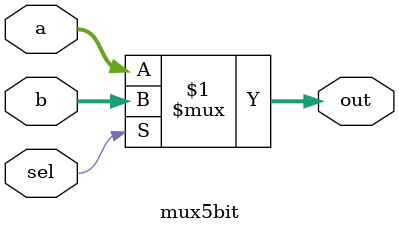
<source format=v>
`timescale 1ns / 1ps


module mux5bit(
    input [4:0]a,
    input [4:0]b,
    input sel,
    output [4:0]out
    );
    
    assign out = sel ? b : a;
    
endmodule

</source>
